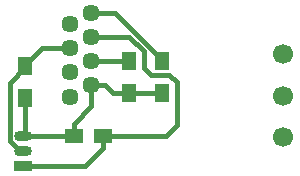
<source format=gbr>
G04 #@! TF.GenerationSoftware,KiCad,Pcbnew,(5.1.2)-2*
G04 #@! TF.CreationDate,2019-11-18T12:10:18+11:00*
G04 #@! TF.ProjectId,BoSL Probe,426f534c-2050-4726-9f62-652e6b696361,rev?*
G04 #@! TF.SameCoordinates,Original*
G04 #@! TF.FileFunction,Copper,L1,Top*
G04 #@! TF.FilePolarity,Positive*
%FSLAX46Y46*%
G04 Gerber Fmt 4.6, Leading zero omitted, Abs format (unit mm)*
G04 Created by KiCad (PCBNEW (5.1.2)-2) date 2019-11-18 12:10:18*
%MOMM*%
%LPD*%
G04 APERTURE LIST*
%ADD10R,1.500000X1.250000*%
%ADD11C,1.450000*%
%ADD12R,1.300000X1.500000*%
%ADD13R,1.500000X0.900000*%
%ADD14O,1.500000X0.900000*%
%ADD15C,1.700000*%
%ADD16C,0.400000*%
G04 APERTURE END LIST*
D10*
X109800000Y-103400000D03*
X107300000Y-103400000D03*
D11*
X108768000Y-99100000D03*
X108768000Y-97060000D03*
X108768000Y-95020000D03*
X108768000Y-92980000D03*
X106990000Y-100080000D03*
X106990000Y-93960000D03*
X106990000Y-98040000D03*
X106990000Y-96000000D03*
D12*
X114800000Y-97100000D03*
X114800000Y-99800000D03*
X112000000Y-97100000D03*
X112000000Y-99800000D03*
X103200000Y-97500000D03*
X103200000Y-100200000D03*
D13*
X103000000Y-106000000D03*
D14*
X103000000Y-103460000D03*
X103000000Y-104730000D03*
D15*
X125000000Y-96500000D03*
X125000000Y-103500000D03*
X125000000Y-100000000D03*
D16*
X104150000Y-106000000D02*
X103000000Y-106000000D01*
X108225000Y-106000000D02*
X104150000Y-106000000D01*
X109800000Y-104425000D02*
X108225000Y-106000000D01*
X109800000Y-103400000D02*
X109800000Y-104425000D01*
X113200000Y-96248542D02*
X111971458Y-95020000D01*
X111971458Y-95020000D02*
X108768000Y-95020000D01*
X113200000Y-97620002D02*
X113200000Y-96248542D01*
X116000000Y-102500000D02*
X116000000Y-98879998D01*
X109800000Y-103400000D02*
X115100000Y-103400000D01*
X116000000Y-98879998D02*
X115370003Y-98250001D01*
X115100000Y-103400000D02*
X116000000Y-102500000D01*
X115370003Y-98250001D02*
X113829999Y-98250001D01*
X113829999Y-98250001D02*
X113200000Y-97620002D01*
X108768000Y-99100000D02*
X108768000Y-100125304D01*
X104000000Y-103400000D02*
X103940000Y-103460000D01*
X107300000Y-103400000D02*
X104000000Y-103400000D01*
X104150000Y-103460000D02*
X103940000Y-103460000D01*
X103940000Y-103460000D02*
X103000000Y-103460000D01*
X108768000Y-100907000D02*
X108768000Y-100125304D01*
X107300000Y-102375000D02*
X108768000Y-100907000D01*
X107300000Y-103400000D02*
X107300000Y-102375000D01*
X112000000Y-99800000D02*
X110600000Y-99800000D01*
X109900000Y-99100000D02*
X108768000Y-99100000D01*
X110600000Y-99800000D02*
X109900000Y-99100000D01*
X103200000Y-103260000D02*
X103000000Y-103460000D01*
X103200000Y-100200000D02*
X103200000Y-103260000D01*
X114800000Y-99800000D02*
X112000000Y-99800000D01*
X111960000Y-97060000D02*
X112000000Y-97100000D01*
X108768000Y-97060000D02*
X111960000Y-97060000D01*
X103200000Y-97400000D02*
X103200000Y-97500000D01*
X104600000Y-96000000D02*
X103200000Y-97400000D01*
X106990000Y-96000000D02*
X104600000Y-96000000D01*
X103200000Y-97600000D02*
X103200000Y-97500000D01*
X101849990Y-98950010D02*
X103200000Y-97600000D01*
X101849990Y-103812085D02*
X101849990Y-98950010D01*
X102767905Y-104730000D02*
X101849990Y-103812085D01*
X103000000Y-104730000D02*
X102767905Y-104730000D01*
X109793304Y-92980000D02*
X108768000Y-92980000D01*
X110780000Y-92980000D02*
X109793304Y-92980000D01*
X114800000Y-97000000D02*
X110780000Y-92980000D01*
X114800000Y-97100000D02*
X114800000Y-97000000D01*
M02*

</source>
